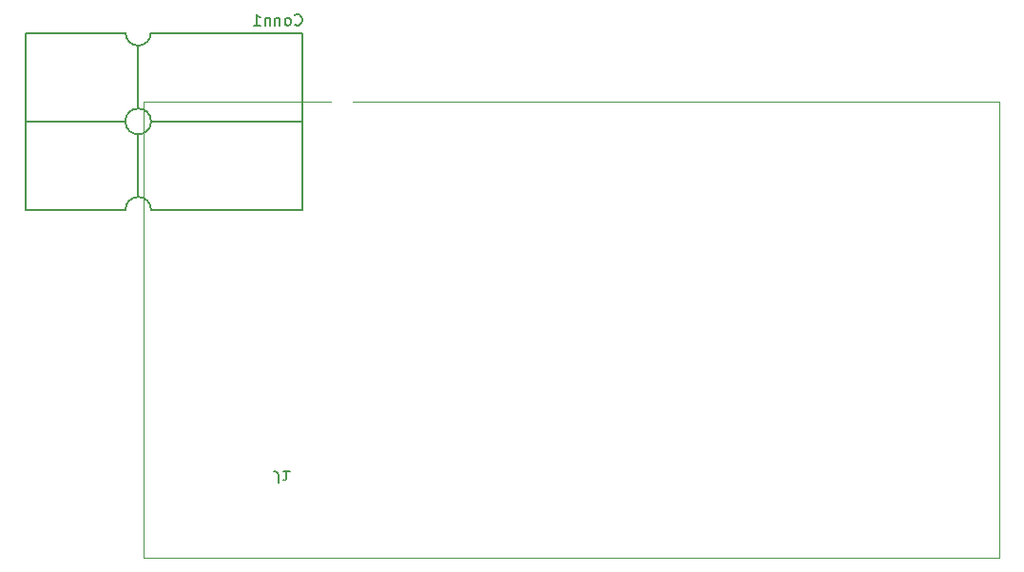
<source format=gbo>
G04 #@! TF.GenerationSoftware,KiCad,Pcbnew,(6.0.7)*
G04 #@! TF.CreationDate,2022-11-19T15:20:26-06:00*
G04 #@! TF.ProjectId,2022-2023MultimediaBoard,32303232-2d32-4303-9233-4d756c74696d,rev?*
G04 #@! TF.SameCoordinates,Original*
G04 #@! TF.FileFunction,Legend,Bot*
G04 #@! TF.FilePolarity,Positive*
%FSLAX46Y46*%
G04 Gerber Fmt 4.6, Leading zero omitted, Abs format (unit mm)*
G04 Created by KiCad (PCBNEW (6.0.7)) date 2022-11-19 15:20:26*
%MOMM*%
%LPD*%
G01*
G04 APERTURE LIST*
%ADD10C,0.150000*%
%ADD11C,0.120000*%
%ADD12C,3.450000*%
%ADD13C,1.524000*%
%ADD14O,5.100000X3.000000*%
%ADD15C,1.100000*%
%ADD16C,1.400000*%
%ADD17C,4.000000*%
%ADD18C,2.000000*%
%ADD19R,1.350000X1.350000*%
%ADD20O,1.350000X1.350000*%
%ADD21C,1.308000*%
%ADD22C,1.258000*%
%ADD23C,1.208000*%
%ADD24C,2.540000*%
%ADD25O,3.000000X5.100000*%
G04 APERTURE END LIST*
D10*
X67356497Y-82331420D02*
X67356497Y-81617134D01*
X67308878Y-81474277D01*
X67213640Y-81379039D01*
X67070783Y-81331420D01*
X66975545Y-81331420D01*
X68356497Y-81331420D02*
X67785069Y-81331420D01*
X68070783Y-81331420D02*
X68070783Y-82331420D01*
X67975545Y-82188562D01*
X67880307Y-82093324D01*
X67785069Y-82045705D01*
X68825809Y-41463142D02*
X68873428Y-41510761D01*
X69016285Y-41558380D01*
X69111523Y-41558380D01*
X69254380Y-41510761D01*
X69349619Y-41415523D01*
X69397238Y-41320285D01*
X69444857Y-41129809D01*
X69444857Y-40986952D01*
X69397238Y-40796476D01*
X69349619Y-40701238D01*
X69254380Y-40606000D01*
X69111523Y-40558380D01*
X69016285Y-40558380D01*
X68873428Y-40606000D01*
X68825809Y-40653619D01*
X68254380Y-41558380D02*
X68349619Y-41510761D01*
X68397238Y-41463142D01*
X68444857Y-41367904D01*
X68444857Y-41082190D01*
X68397238Y-40986952D01*
X68349619Y-40939333D01*
X68254380Y-40891714D01*
X68111523Y-40891714D01*
X68016285Y-40939333D01*
X67968666Y-40986952D01*
X67921047Y-41082190D01*
X67921047Y-41367904D01*
X67968666Y-41463142D01*
X68016285Y-41510761D01*
X68111523Y-41558380D01*
X68254380Y-41558380D01*
X67492476Y-40891714D02*
X67492476Y-41558380D01*
X67492476Y-40986952D02*
X67444857Y-40939333D01*
X67349619Y-40891714D01*
X67206761Y-40891714D01*
X67111523Y-40939333D01*
X67063904Y-41034571D01*
X67063904Y-41558380D01*
X66587714Y-40891714D02*
X66587714Y-41558380D01*
X66587714Y-40986952D02*
X66540095Y-40939333D01*
X66444857Y-40891714D01*
X66302000Y-40891714D01*
X66206761Y-40939333D01*
X66159142Y-41034571D01*
X66159142Y-41558380D01*
X65159142Y-41558380D02*
X65730571Y-41558380D01*
X65444857Y-41558380D02*
X65444857Y-40558380D01*
X65540095Y-40701238D01*
X65635333Y-40796476D01*
X65730571Y-40844095D01*
D11*
X55372000Y-88997000D02*
X131572000Y-88997000D01*
X131572000Y-88997000D02*
X131572000Y-48357000D01*
X131572000Y-48357000D02*
X55372000Y-48357000D01*
X55372000Y-48357000D02*
X55372000Y-88997000D01*
D10*
X54866400Y-44556400D02*
X54866400Y-43388000D01*
X54866400Y-52405000D02*
X54866400Y-55681600D01*
X52555000Y-42245000D02*
X53723400Y-42245000D01*
X53723400Y-57993000D02*
X52504200Y-57993000D01*
X57127000Y-57993000D02*
X56034800Y-57993000D01*
X57177800Y-42245000D02*
X55984000Y-42245000D01*
X54866400Y-52405000D02*
X54866400Y-51262000D01*
X69446000Y-57993000D02*
X69446000Y-42245000D01*
X57152400Y-57993000D02*
X69446000Y-57993000D01*
X54866400Y-47833000D02*
X54866400Y-44531000D01*
X54866400Y-56850000D02*
X54866400Y-55681600D01*
X57152400Y-50119000D02*
X69446000Y-50119000D01*
X54866400Y-47833000D02*
X54866400Y-48976000D01*
X44833400Y-57993000D02*
X52580400Y-57993000D01*
X57152400Y-42245000D02*
X69446000Y-42245000D01*
X52580400Y-42245000D02*
X44833400Y-42245000D01*
X57152400Y-50119000D02*
X56009400Y-50119000D01*
X44808000Y-57993000D02*
X44808000Y-42245000D01*
X44833400Y-50144400D02*
X53723400Y-50144400D01*
X56009400Y-57993000D02*
G75*
G03*
X54866400Y-56850000I-1143000J0D01*
G01*
X53748800Y-42245000D02*
G75*
G03*
X54866400Y-43362600I1117598J-2D01*
G01*
X54866400Y-43362600D02*
G75*
G03*
X55984000Y-42245000I2J1117598D01*
G01*
X54866400Y-56850000D02*
G75*
G03*
X53723400Y-57993000I0J-1143000D01*
G01*
X56009400Y-50119000D02*
G75*
G03*
X56009400Y-50119000I-1143000J0D01*
G01*
%LPC*%
D12*
X130427130Y-44404000D03*
X125599130Y-44400000D03*
D13*
X126744130Y-53040000D03*
X129284130Y-53040000D03*
D14*
X116317854Y-57679367D03*
X108443854Y-57679367D03*
D15*
X75042585Y-66379197D03*
X77582585Y-67649197D03*
X75042585Y-68919197D03*
X77582585Y-70189197D03*
X75042585Y-71459197D03*
X77582585Y-72729197D03*
X75042585Y-73999197D03*
X77582585Y-75269197D03*
D16*
X63612585Y-64499197D03*
X65402585Y-67039197D03*
X63612585Y-74609197D03*
X65402585Y-77149197D03*
D17*
X68692585Y-65109197D03*
X68692585Y-76539197D03*
D18*
X71742585Y-78699197D03*
X71742585Y-62949197D03*
D19*
X80704059Y-64962801D03*
D20*
X82704059Y-64962801D03*
X80704059Y-66962801D03*
X82704059Y-66962801D03*
X80704059Y-68962801D03*
X82704059Y-68962801D03*
D21*
X114058500Y-82689500D03*
X111518500Y-82689500D03*
X108978500Y-82689500D03*
X106438500Y-82689500D03*
X81038500Y-82689500D03*
X111518500Y-97929500D03*
X70878500Y-87769500D03*
X103898500Y-82689500D03*
X101358500Y-82689500D03*
D22*
X110248500Y-85739500D03*
D21*
X98818500Y-82689500D03*
X96278500Y-82689500D03*
X93738500Y-82689500D03*
X91198500Y-82689500D03*
X88658500Y-82689500D03*
X86118500Y-82689500D03*
X83578500Y-82689500D03*
X83578500Y-97929500D03*
X86118500Y-97929500D03*
X88658500Y-97929500D03*
X91198500Y-97929500D03*
X93738500Y-97929500D03*
X96278500Y-97929500D03*
X98818500Y-97929500D03*
X101358500Y-97929500D03*
X103898500Y-97929500D03*
X106438500Y-97929500D03*
X108978500Y-97929500D03*
X78498500Y-82689500D03*
X75958500Y-82689500D03*
X73418500Y-82689500D03*
X70878500Y-82689500D03*
X68338500Y-82689500D03*
X65798500Y-82689500D03*
X63258500Y-82689500D03*
X60718500Y-82689500D03*
X58178500Y-82689500D03*
X58178500Y-97929500D03*
X60718500Y-97929500D03*
X63258500Y-97929500D03*
X65798500Y-97929500D03*
X68338500Y-97929500D03*
X70878500Y-97929500D03*
X73418500Y-97929500D03*
X75958500Y-97929500D03*
X78498500Y-97929500D03*
D22*
X105168500Y-85739500D03*
X107708500Y-85739500D03*
D21*
X116598500Y-82689500D03*
X81038500Y-97929500D03*
X114058500Y-97929500D03*
X70878500Y-90309500D03*
D23*
X101628500Y-93479500D03*
X103628500Y-93479500D03*
D21*
X70878500Y-95389500D03*
X70878500Y-92849500D03*
D23*
X103628500Y-95479500D03*
X101628500Y-95479500D03*
X101628500Y-91479500D03*
X103628500Y-91479500D03*
D22*
X102628500Y-85739500D03*
X100088500Y-85739500D03*
D21*
X70878500Y-85229500D03*
X116598500Y-97929500D03*
X114058500Y-95389500D03*
D24*
X78232000Y-43277000D03*
X88392000Y-43277000D03*
X98552000Y-43277000D03*
X108691999Y-43277000D03*
D25*
X73027400Y-54056000D03*
X73027400Y-46182000D03*
M02*

</source>
